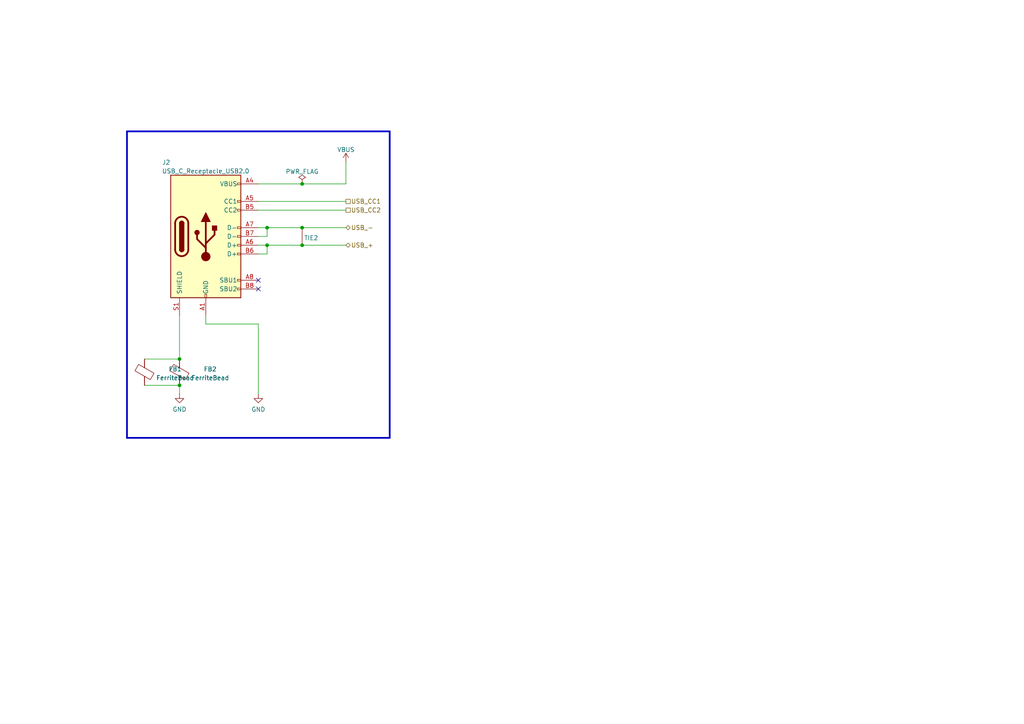
<source format=kicad_sch>
(kicad_sch (version 20230121) (generator eeschema)
  (paper "A4")
  (lib_symbols
    (symbol "4ms_Net-tie:NetTie" (pin_numbers hide) (pin_names (offset 0) hide)
      (property "Value" "NetTie" (at 0 1.27 0))
      (symbol "NetTie_1_1"
        (pin passive line (at -2.54 0 0) (length 2.54) (name "1") (number "1"))
        (pin passive line (at 2.54 0 180) (length 2.54) (name "2") (number "2"))
      )
    )
    (symbol "4ms_Power-symbol:GND" (power) (pin_names (offset 0))
      (property "Value" "GND" (at 0 -3.81 0))
      (symbol "GND_0_1"
        (polyline (pts (xy 0 0) (xy 0 -1.27) (xy 1.27 -1.27) (xy 0 -2.54) (xy -1.27 -1.27) (xy 0 -1.27)))
      )
      (symbol "GND_1_1"
        (pin power_in line (at 0 0 270) (length 0) hide (name "GND") (number "1"))
      )
    )
    (symbol "4ms_Power-symbol:PWR_FLAG" (power) (pin_numbers hide) (pin_names (offset 0) hide)
      (property "Value" "PWR_FLAG" (at 0 3.81 0))
      (symbol "PWR_FLAG_0_0"
        (pin power_out line (at 0 0 90) (length 0) (name "pwr") (number "1"))
      )
      (symbol "PWR_FLAG_0_1"
        (polyline (pts (xy 0 0) (xy 0 1.27) (xy -1.016 1.905) (xy 0 2.54) (xy 1.016 1.905) (xy 0 1.27)))
      )
    )
    (symbol "Connector:USB_C_Receptacle_USB2.0" (pin_names (offset 1.016))
      (property "Reference" "J" (at -10.16 19.05 0))
      (property "Value" "USB_C_Receptacle_USB2.0" (at 19.05 19.05 0))
      (symbol "USB_C_Receptacle_USB2.0_0_0"
        (rectangle (start -0.254 -17.78) (end 0.254 -16.764))
        (rectangle (start 10.16 -14.986) (end 9.144 -15.494))
        (rectangle (start 10.16 -12.446) (end 9.144 -12.954))
        (rectangle (start 10.16 -4.826) (end 9.144 -5.334))
        (rectangle (start 10.16 -2.286) (end 9.144 -2.794))
        (rectangle (start 10.16 0.254) (end 9.144 -0.254))
        (rectangle (start 10.16 2.794) (end 9.144 2.286))
        (rectangle (start 10.16 7.874) (end 9.144 7.366))
        (rectangle (start 10.16 10.414) (end 9.144 9.906))
        (rectangle (start 10.16 15.494) (end 9.144 14.986))
      )
      (symbol "USB_C_Receptacle_USB2.0_0_1"
        (rectangle (start -10.16 17.78) (end 10.16 -17.78) (stroke (width 0.254)) (fill (type background)))
        (arc (start -8.89 -3.81) (mid -6.985 -5.7067) (end -5.08 -3.81) (stroke (width 0.508)))
        (arc (start -7.62 -3.81) (mid -6.985 -4.4423) (end -6.35 -3.81) (stroke (width 0.254)))
        (arc (start -7.62 -3.81) (mid -6.985 -4.4423) (end -6.35 -3.81) (stroke (width 0.254)) (fill (type outline)))
        (rectangle (start -7.62 -3.81) (end -6.35 3.81) (stroke (width 0.254)) (fill (type outline)))
        (arc (start -6.35 3.81) (mid -6.985 4.4423) (end -7.62 3.81) (stroke (width 0.254)))
        (arc (start -6.35 3.81) (mid -6.985 4.4423) (end -7.62 3.81) (stroke (width 0.254)) (fill (type outline)))
        (arc (start -5.08 3.81) (mid -6.985 5.7067) (end -8.89 3.81) (stroke (width 0.508)))
        (circle (center -2.54 1.143) (radius 0.635) (stroke (width 0.254)) (fill (type outline)))
        (circle (center 0 -5.842) (radius 1.27) (fill (type outline)))
        (polyline (pts (xy -8.89 -3.81) (xy -8.89 3.81)) (stroke (width 0.508)))
        (polyline (pts (xy -5.08 3.81) (xy -5.08 -3.81)) (stroke (width 0.508)))
        (polyline (pts (xy 0 -5.842) (xy 0 4.318)) (stroke (width 0.508)))
        (polyline (pts (xy 0 -3.302) (xy -2.54 -0.762) (xy -2.54 0.508)) (stroke (width 0.508)))
        (polyline (pts (xy 0 -2.032) (xy 2.54 0.508) (xy 2.54 1.778)) (stroke (width 0.508)))
        (polyline (pts (xy -1.27 4.318) (xy 0 6.858) (xy 1.27 4.318) (xy -1.27 4.318)) (stroke (width 0.254)) (fill (type outline)))
        (rectangle (start 1.905 1.778) (end 3.175 3.048) (stroke (width 0.254)) (fill (type outline)))
      )
      (symbol "USB_C_Receptacle_USB2.0_1_1"
        (pin passive line (at 0 -22.86 90) (length 5.08) (name "GND") (number "A1"))
        (pin passive line (at 0 -22.86 90) (length 5.08) hide (name "GND") (number "A12"))
        (pin passive line (at 15.24 15.24 180) (length 5.08) (name "VBUS") (number "A4"))
        (pin bidirectional line (at 15.24 10.16 180) (length 5.08) (name "CC1") (number "A5"))
        (pin bidirectional line (at 15.24 -2.54 180) (length 5.08) (name "D+") (number "A6"))
        (pin bidirectional line (at 15.24 2.54 180) (length 5.08) (name "D-") (number "A7"))
        (pin bidirectional line (at 15.24 -12.7 180) (length 5.08) (name "SBU1") (number "A8"))
        (pin passive line (at 15.24 15.24 180) (length 5.08) hide (name "VBUS") (number "A9"))
        (pin passive line (at 0 -22.86 90) (length 5.08) hide (name "GND") (number "B1"))
        (pin passive line (at 0 -22.86 90) (length 5.08) hide (name "GND") (number "B12"))
        (pin passive line (at 15.24 15.24 180) (length 5.08) hide (name "VBUS") (number "B4"))
        (pin bidirectional line (at 15.24 7.62 180) (length 5.08) (name "CC2") (number "B5"))
        (pin bidirectional line (at 15.24 -5.08 180) (length 5.08) (name "D+") (number "B6"))
        (pin bidirectional line (at 15.24 0 180) (length 5.08) (name "D-") (number "B7"))
        (pin bidirectional line (at 15.24 -15.24 180) (length 5.08) (name "SBU2") (number "B8"))
        (pin passive line (at 15.24 15.24 180) (length 5.08) hide (name "VBUS") (number "B9"))
        (pin passive line (at -7.62 -22.86 90) (length 5.08) (name "SHIELD") (number "S1"))
      )
    )
    (symbol "Device:FerriteBead" (pin_numbers hide) (pin_names (offset 0))
      (property "Reference" "FB" (at -3.81 0.635 90))
      (property "Value" "FerriteBead" (at 3.81 0 90))
      (symbol "FerriteBead_0_1"
        (polyline (pts (xy 0 -1.27) (xy 0 -1.2192)))
        (polyline (pts (xy 0 1.27) (xy 0 1.2954)))
        (polyline (pts (xy -2.7686 0.4064) (xy -1.7018 2.2606) (xy 2.7686 -0.3048) (xy 1.6764 -2.159) (xy -2.7686 0.4064)))
      )
      (symbol "FerriteBead_1_1"
        (pin passive line (at 0 3.81 270) (length 2.54) (name "~") (number "1"))
        (pin passive line (at 0 -3.81 90) (length 2.54) (name "~") (number "2"))
      )
    )
    (symbol "power:VBUS" (power) (pin_names (offset 0))
      (property "Value" "VBUS" (at 0 3.81 0))
      (symbol "VBUS_0_1"
        (polyline (pts (xy -0.762 1.27) (xy 0 2.54)))
        (polyline (pts (xy 0 0) (xy 0 2.54)))
        (polyline (pts (xy 0 2.54) (xy 0.762 1.27)))
      )
      (symbol "VBUS_1_1"
        (pin power_in line (at 0 0 90) (length 0) hide (name "VBUS") (number "1"))
      )
    )
  )
  (junction (at 87.63 71.12))
  (junction (at 52.07 104.14))
  (junction (at 87.63 53.34))
  (junction (at 77.47 66.04))
  (junction (at 52.07 111.76))
  (junction (at 77.47 71.12))
  (junction (at 87.63 66.04))
  (no_connect (at 74.93 83.82))
  (no_connect (at 74.93 81.28))
  (wire (pts (xy 77.47 71.12) (xy 87.63 71.12)))
  (wire (pts (xy 77.47 68.58) (xy 77.47 66.04)))
  (wire (pts (xy 59.69 91.44) (xy 59.69 93.98)))
  (wire (pts (xy 74.93 60.96) (xy 100.33 60.96)))
  (wire (pts (xy 41.91 111.76) (xy 52.07 111.76)))
  (polyline (pts (xy 36.83 127) (xy 113.03 127)) (stroke (width 0.508) (type solid)))
  (wire (pts (xy 74.93 93.98) (xy 74.93 114.3)))
  (wire (pts (xy 52.07 91.44) (xy 52.07 104.14)))
  (wire (pts (xy 87.63 53.34) (xy 100.33 53.34)))
  (polyline (pts (xy 36.83 38.1) (xy 36.83 127)) (stroke (width 0.508) (type solid)))
  (wire (pts (xy 52.07 111.76) (xy 52.07 114.3)))
  (wire (pts (xy 74.93 53.34) (xy 87.63 53.34)))
  (wire (pts (xy 77.47 66.04) (xy 87.63 66.04)))
  (wire (pts (xy 77.47 73.66) (xy 77.47 71.12)))
  (wire (pts (xy 74.93 58.42) (xy 100.33 58.42)))
  (wire (pts (xy 87.63 71.12) (xy 100.33 71.12)))
  (wire (pts (xy 77.47 66.04) (xy 74.93 66.04)))
  (polyline (pts (xy 36.83 38.1) (xy 113.03 38.1)) (stroke (width 0.508) (type solid)))
  (polyline (pts (xy 113.03 127) (xy 113.03 38.1)) (stroke (width 0.508) (type solid)))
  (wire (pts (xy 74.93 73.66) (xy 77.47 73.66)))
  (wire (pts (xy 87.63 66.04) (xy 100.33 66.04)))
  (wire (pts (xy 59.69 93.98) (xy 74.93 93.98)))
  (wire (pts (xy 74.93 68.58) (xy 77.47 68.58)))
  (wire (pts (xy 77.47 71.12) (xy 74.93 71.12)))
  (wire (pts (xy 100.33 46.99) (xy 100.33 53.34)))
  (wire (pts (xy 41.91 104.14) (xy 52.07 104.14)))
  (hierarchical_label "USB_CC1" (shape passive) (at 100.33 58.42 0))
  (hierarchical_label "USB_+" (shape bidirectional) (at 100.33 71.12 0))
  (hierarchical_label "USB_-" (shape bidirectional) (at 100.33 66.04 0))
  (hierarchical_label "USB_CC2" (shape passive) (at 100.33 60.96 0))
  (symbol (lib_id "power:VBUS") (at 100.33 46.99 0) (unit 1)
    (property "Reference" "#PWR0101" (effects hide))
    (property "Value" "VBUS" (at 100.33 43.4142 0))
  )
  (symbol (lib_id "Connector:USB_C_Receptacle_USB2.0") (at 59.69 68.58 0) (unit 1)
    (property "Reference" "J2" (at 47.0013 47.1002 0) (effects (justify left)))
    (property "Value" "USB_C_Receptacle_USB2.0" (at 72.3787 49.6371 0) (effects (justify right)))
    (property "Footprint" "Connector_USB:USB_C_Receptacle_Palconn_UTC16-G" (effects hide))
    (property "Datasheet" "https://www.usb.org/sites/default/files/documents/usb_type-c.zip" (effects hide))
  )
  (symbol (lib_id "4ms_Power-symbol:GND") (at 52.07 114.3 0) (unit 1)
    (property "Reference" "#PWR0109" (effects hide))
    (property "Value" "GND" (at 52.07 118.7434 0))
  )
  (symbol (lib_id "4ms_Net-tie:NetTie") (at 87.63 68.58 270) (unit 1)
    (property "Reference" "TIE2" (at 90.2494 69.0138 90))
    (property "Value" "NetTie" (effects hide))
    (property "Footprint" "4ms_SolderJumper:Net_Tie_0.16mm_6mil" (effects hide))
    (property "Specifications" "DNP" (effects hide))
    (property "Manufacturer" "DNP" (effects hide))
    (property "Part Number" "Do Not Place" (effects hide))
  )
  (symbol (lib_id "Device:FerriteBead") (at 41.91 107.95 0) (unit 1)
    (property "Reference" "FB1" (at 50.8056 107.0645 0))
    (property "Value" "FerriteBead" (at 50.8056 109.6014 0))
    (property "Footprint" "Resistor_SMD:R_0603_1608Metric" (effects hide))
  )
  (symbol (lib_id "Device:FerriteBead") (at 52.07 107.95 0) (unit 1)
    (property "Reference" "FB2" (at 60.9656 107.0645 0))
    (property "Value" "FerriteBead" (at 60.9656 109.6014 0))
    (property "Footprint" "Resistor_SMD:R_0603_1608Metric" (effects hide))
  )
  (symbol (lib_id "4ms_Power-symbol:GND") (at 74.93 114.3 0) (unit 1)
    (property "Reference" "#PWR0115" (effects hide))
    (property "Value" "GND" (at 74.93 118.7434 0))
  )
  (symbol (lib_id "4ms_Power-symbol:PWR_FLAG") (at 87.63 53.34 0) (unit 1)
    (property "Reference" "#FLG0101" (effects hide))
    (property "Value" "PWR_FLAG" (at 87.63 49.7642 0))
  )
)
</source>
